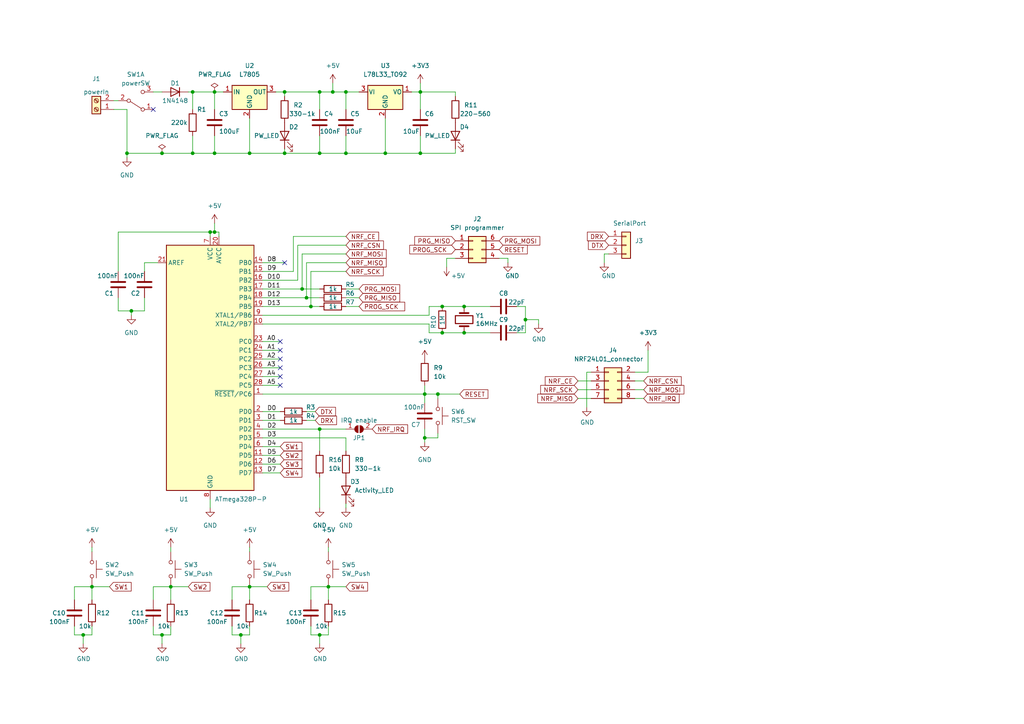
<source format=kicad_sch>
(kicad_sch (version 20211123) (generator eeschema)
  (paper "A4")
  (lib_symbols
    (symbol "Connector:Screw_Terminal_01x02" (pin_names (offset 1.016) hide)
      (property "Reference" "J" (at 0 2.54 0))
      (property "Value" "Screw_Terminal_01x02" (at 0 -5.08 0))
      (symbol "Screw_Terminal_01x02_1_1"
        (rectangle (start -1.27 1.27) (end 1.27 -3.81) (stroke (width 0.254)) (fill (type background)))
        (circle (center 0 -2.54) (radius 0.635) (stroke (width 0.1524)))
        (polyline (pts (xy -0.5334 -2.2098) (xy 0.3302 -3.048)) (stroke (width 0.1524)))
        (polyline (pts (xy -0.5334 0.3302) (xy 0.3302 -0.508)) (stroke (width 0.1524)))
        (polyline (pts (xy -0.3556 -2.032) (xy 0.508 -2.8702)) (stroke (width 0.1524)))
        (polyline (pts (xy -0.3556 0.508) (xy 0.508 -0.3302)) (stroke (width 0.1524)))
        (circle (center 0 0) (radius 0.635) (stroke (width 0.1524)))
        (pin passive line (at -5.08 0 0) (length 3.81) (name "Pin_1") (number "1"))
        (pin passive line (at -5.08 -2.54 0) (length 3.81) (name "Pin_2") (number "2"))
      )
    )
    (symbol "Connector_Generic:Conn_01x03" (pin_names (offset 1.016) hide)
      (property "Reference" "J" (at 0 5.08 0))
      (property "Value" "Conn_01x03" (at 0 -5.08 0))
      (symbol "Conn_01x03_1_1"
        (rectangle (start -1.27 -2.413) (end 0 -2.667) (stroke (width 0.1524)))
        (rectangle (start -1.27 0.127) (end 0 -0.127) (stroke (width 0.1524)))
        (rectangle (start -1.27 2.667) (end 0 2.413) (stroke (width 0.1524)))
        (rectangle (start -1.27 3.81) (end 1.27 -3.81) (stroke (width 0.254)) (fill (type background)))
        (pin passive line (at -5.08 2.54 0) (length 3.81) (name "Pin_1") (number "1"))
        (pin passive line (at -5.08 0 0) (length 3.81) (name "Pin_2") (number "2"))
        (pin passive line (at -5.08 -2.54 0) (length 3.81) (name "Pin_3") (number "3"))
      )
    )
    (symbol "Connector_Generic:Conn_02x03_Counter_Clockwise" (pin_names (offset 1.016) hide)
      (property "Reference" "J" (at 1.27 5.08 0))
      (property "Value" "Conn_02x03_Counter_Clockwise" (at 1.27 -5.08 0))
      (symbol "Conn_02x03_Counter_Clockwise_1_1"
        (rectangle (start -1.27 -2.413) (end 0 -2.667) (stroke (width 0.1524)))
        (rectangle (start -1.27 0.127) (end 0 -0.127) (stroke (width 0.1524)))
        (rectangle (start -1.27 2.667) (end 0 2.413) (stroke (width 0.1524)))
        (rectangle (start -1.27 3.81) (end 3.81 -3.81) (stroke (width 0.254)) (fill (type background)))
        (rectangle (start 3.81 -2.413) (end 2.54 -2.667) (stroke (width 0.1524)))
        (rectangle (start 3.81 0.127) (end 2.54 -0.127) (stroke (width 0.1524)))
        (rectangle (start 3.81 2.667) (end 2.54 2.413) (stroke (width 0.1524)))
        (pin passive line (at -5.08 2.54 0) (length 3.81) (name "Pin_1") (number "1"))
        (pin passive line (at -5.08 0 0) (length 3.81) (name "Pin_2") (number "2"))
        (pin passive line (at -5.08 -2.54 0) (length 3.81) (name "Pin_3") (number "3"))
        (pin passive line (at 7.62 -2.54 180) (length 3.81) (name "Pin_4") (number "4"))
        (pin passive line (at 7.62 0 180) (length 3.81) (name "Pin_5") (number "5"))
        (pin passive line (at 7.62 2.54 180) (length 3.81) (name "Pin_6") (number "6"))
      )
    )
    (symbol "Connector_Generic:Conn_02x04_Odd_Even" (pin_names (offset 1.016) hide)
      (property "Reference" "J" (at 1.27 5.08 0))
      (property "Value" "Conn_02x04_Odd_Even" (at 1.27 -7.62 0))
      (symbol "Conn_02x04_Odd_Even_1_1"
        (rectangle (start -1.27 -4.953) (end 0 -5.207) (stroke (width 0.1524)))
        (rectangle (start -1.27 -2.413) (end 0 -2.667) (stroke (width 0.1524)))
        (rectangle (start -1.27 0.127) (end 0 -0.127) (stroke (width 0.1524)))
        (rectangle (start -1.27 2.667) (end 0 2.413) (stroke (width 0.1524)))
        (rectangle (start -1.27 3.81) (end 3.81 -6.35) (stroke (width 0.254)) (fill (type background)))
        (rectangle (start 3.81 -4.953) (end 2.54 -5.207) (stroke (width 0.1524)))
        (rectangle (start 3.81 -2.413) (end 2.54 -2.667) (stroke (width 0.1524)))
        (rectangle (start 3.81 0.127) (end 2.54 -0.127) (stroke (width 0.1524)))
        (rectangle (start 3.81 2.667) (end 2.54 2.413) (stroke (width 0.1524)))
        (pin passive line (at -5.08 2.54 0) (length 3.81) (name "Pin_1") (number "1"))
        (pin passive line (at 7.62 2.54 180) (length 3.81) (name "Pin_2") (number "2"))
        (pin passive line (at -5.08 0 0) (length 3.81) (name "Pin_3") (number "3"))
        (pin passive line (at 7.62 0 180) (length 3.81) (name "Pin_4") (number "4"))
        (pin passive line (at -5.08 -2.54 0) (length 3.81) (name "Pin_5") (number "5"))
        (pin passive line (at 7.62 -2.54 180) (length 3.81) (name "Pin_6") (number "6"))
        (pin passive line (at -5.08 -5.08 0) (length 3.81) (name "Pin_7") (number "7"))
        (pin passive line (at 7.62 -5.08 180) (length 3.81) (name "Pin_8") (number "8"))
      )
    )
    (symbol "Device:C" (pin_numbers hide) (pin_names (offset 0.254))
      (property "Reference" "C" (at 0.635 2.54 0))
      (property "Value" "C" (at 0.635 -2.54 0))
      (symbol "C_0_1"
        (polyline (pts (xy -2.032 -0.762) (xy 2.032 -0.762)) (stroke (width 0.508)))
        (polyline (pts (xy -2.032 0.762) (xy 2.032 0.762)) (stroke (width 0.508)))
      )
      (symbol "C_1_1"
        (pin passive line (at 0 3.81 270) (length 2.794) (name "~") (number "1"))
        (pin passive line (at 0 -3.81 90) (length 2.794) (name "~") (number "2"))
      )
    )
    (symbol "Device:Crystal" (pin_numbers hide) (pin_names (offset 1.016) hide)
      (property "Reference" "Y" (at 0 3.81 0))
      (property "Value" "Crystal" (at 0 -3.81 0))
      (symbol "Crystal_0_1"
        (rectangle (start -1.143 2.54) (end 1.143 -2.54) (stroke (width 0.3048)))
        (polyline (pts (xy -2.54 0) (xy -1.905 0)))
        (polyline (pts (xy -1.905 -1.27) (xy -1.905 1.27)) (stroke (width 0.508)))
        (polyline (pts (xy 1.905 -1.27) (xy 1.905 1.27)) (stroke (width 0.508)))
        (polyline (pts (xy 2.54 0) (xy 1.905 0)))
      )
      (symbol "Crystal_1_1"
        (pin passive line (at -3.81 0 0) (length 1.27) (name "1") (number "1"))
        (pin passive line (at 3.81 0 180) (length 1.27) (name "2") (number "2"))
      )
    )
    (symbol "Device:LED" (pin_numbers hide) (pin_names (offset 1.016) hide)
      (property "Reference" "D" (at 0 2.54 0))
      (property "Value" "LED" (at 0 -2.54 0))
      (symbol "LED_0_1"
        (polyline (pts (xy -1.27 -1.27) (xy -1.27 1.27)) (stroke (width 0.254)))
        (polyline (pts (xy -1.27 0) (xy 1.27 0)))
        (polyline (pts (xy 1.27 -1.27) (xy 1.27 1.27) (xy -1.27 0) (xy 1.27 -1.27)) (stroke (width 0.254)))
        (polyline (pts (xy -3.048 -0.762) (xy -4.572 -2.286) (xy -3.81 -2.286) (xy -4.572 -2.286) (xy -4.572 -1.524)))
        (polyline (pts (xy -1.778 -0.762) (xy -3.302 -2.286) (xy -2.54 -2.286) (xy -3.302 -2.286) (xy -3.302 -1.524)))
      )
      (symbol "LED_1_1"
        (pin passive line (at -3.81 0 0) (length 2.54) (name "K") (number "1"))
        (pin passive line (at 3.81 0 180) (length 2.54) (name "A") (number "2"))
      )
    )
    (symbol "Device:R" (pin_numbers hide) (pin_names (offset 0))
      (property "Reference" "R" (at 2.032 0 90))
      (property "Value" "R" (at 0 0 90))
      (symbol "R_0_1"
        (rectangle (start -1.016 -2.54) (end 1.016 2.54) (stroke (width 0.254)))
      )
      (symbol "R_1_1"
        (pin passive line (at 0 3.81 270) (length 1.27) (name "~") (number "1"))
        (pin passive line (at 0 -3.81 90) (length 1.27) (name "~") (number "2"))
      )
    )
    (symbol "Diode:1N4148" (pin_numbers hide) (pin_names (offset 1.016) hide)
      (property "Reference" "D" (at 0 2.54 0))
      (property "Value" "1N4148" (at 0 -2.54 0))
      (symbol "1N4148_0_1"
        (polyline (pts (xy -1.27 1.27) (xy -1.27 -1.27)) (stroke (width 0.254)))
        (polyline (pts (xy 1.27 0) (xy -1.27 0)))
        (polyline (pts (xy 1.27 1.27) (xy 1.27 -1.27) (xy -1.27 0) (xy 1.27 1.27)) (stroke (width 0.254)))
      )
      (symbol "1N4148_1_1"
        (pin passive line (at -3.81 0 0) (length 2.54) (name "K") (number "1"))
        (pin passive line (at 3.81 0 180) (length 2.54) (name "A") (number "2"))
      )
    )
    (symbol "Jumper:SolderJumper_2_Open" (pin_names (offset 0) hide)
      (property "Reference" "JP" (at 0 2.032 0))
      (property "Value" "SolderJumper_2_Open" (at 0 -2.54 0))
      (symbol "SolderJumper_2_Open_0_1"
        (arc (start -0.254 1.016) (mid -1.27 0) (end -0.254 -1.016))
        (arc (start -0.254 1.016) (mid -1.27 0) (end -0.254 -1.016) (fill (type outline)))
        (polyline (pts (xy -0.254 1.016) (xy -0.254 -1.016)))
        (polyline (pts (xy 0.254 1.016) (xy 0.254 -1.016)))
        (arc (start 0.254 -1.016) (mid 1.27 0) (end 0.254 1.016))
        (arc (start 0.254 -1.016) (mid 1.27 0) (end 0.254 1.016) (fill (type outline)))
      )
      (symbol "SolderJumper_2_Open_1_1"
        (pin passive line (at -3.81 0 0) (length 2.54) (name "A") (number "1"))
        (pin passive line (at 3.81 0 180) (length 2.54) (name "B") (number "2"))
      )
    )
    (symbol "MCU_Microchip_ATmega:ATmega328P-P"
      (property "Reference" "U" (at -12.7 36.83 0))
      (property "Value" "ATmega328P-P" (at 2.54 -36.83 0))
      (symbol "ATmega328P-P_0_1"
        (rectangle (start -12.7 -35.56) (end 12.7 35.56) (stroke (width 0.254)) (fill (type background)))
      )
      (symbol "ATmega328P-P_1_1"
        (pin bidirectional line (at 15.24 -7.62 180) (length 2.54) (name "~{RESET}/PC6") (number "1"))
        (pin bidirectional line (at 15.24 12.7 180) (length 2.54) (name "XTAL2/PB7") (number "10"))
        (pin bidirectional line (at 15.24 -25.4 180) (length 2.54) (name "PD5") (number "11"))
        (pin bidirectional line (at 15.24 -27.94 180) (length 2.54) (name "PD6") (number "12"))
        (pin bidirectional line (at 15.24 -30.48 180) (length 2.54) (name "PD7") (number "13"))
        (pin bidirectional line (at 15.24 30.48 180) (length 2.54) (name "PB0") (number "14"))
        (pin bidirectional line (at 15.24 27.94 180) (length 2.54) (name "PB1") (number "15"))
        (pin bidirectional line (at 15.24 25.4 180) (length 2.54) (name "PB2") (number "16"))
        (pin bidirectional line (at 15.24 22.86 180) (length 2.54) (name "PB3") (number "17"))
        (pin bidirectional line (at 15.24 20.32 180) (length 2.54) (name "PB4") (number "18"))
        (pin bidirectional line (at 15.24 17.78 180) (length 2.54) (name "PB5") (number "19"))
        (pin bidirectional line (at 15.24 -12.7 180) (length 2.54) (name "PD0") (number "2"))
        (pin power_in line (at 2.54 38.1 270) (length 2.54) (name "AVCC") (number "20"))
        (pin passive line (at -15.24 30.48 0) (length 2.54) (name "AREF") (number "21"))
        (pin passive line (at 0 -38.1 90) (length 2.54) hide (name "GND") (number "22"))
        (pin bidirectional line (at 15.24 7.62 180) (length 2.54) (name "PC0") (number "23"))
        (pin bidirectional line (at 15.24 5.08 180) (length 2.54) (name "PC1") (number "24"))
        (pin bidirectional line (at 15.24 2.54 180) (length 2.54) (name "PC2") (number "25"))
        (pin bidirectional line (at 15.24 0 180) (length 2.54) (name "PC3") (number "26"))
        (pin bidirectional line (at 15.24 -2.54 180) (length 2.54) (name "PC4") (number "27"))
        (pin bidirectional line (at 15.24 -5.08 180) (length 2.54) (name "PC5") (number "28"))
        (pin bidirectional line (at 15.24 -15.24 180) (length 2.54) (name "PD1") (number "3"))
        (pin bidirectional line (at 15.24 -17.78 180) (length 2.54) (name "PD2") (number "4"))
        (pin bidirectional line (at 15.24 -20.32 180) (length 2.54) (name "PD3") (number "5"))
        (pin bidirectional line (at 15.24 -22.86 180) (length 2.54) (name "PD4") (number "6"))
        (pin power_in line (at 0 38.1 270) (length 2.54) (name "VCC") (number "7"))
        (pin power_in line (at 0 -38.1 90) (length 2.54) (name "GND") (number "8"))
        (pin bidirectional line (at 15.24 15.24 180) (length 2.54) (name "XTAL1/PB6") (number "9"))
      )
    )
    (symbol "Regulator_Linear:L7805" (pin_names (offset 0.254))
      (property "Reference" "U" (at -3.81 3.175 0))
      (property "Value" "L7805" (at 0 3.175 0))
      (symbol "L7805_0_1"
        (rectangle (start -5.08 1.905) (end 5.08 -5.08) (stroke (width 0.254)) (fill (type background)))
      )
      (symbol "L7805_1_1"
        (pin power_in line (at -7.62 0 0) (length 2.54) (name "IN") (number "1"))
        (pin power_in line (at 0 -7.62 90) (length 2.54) (name "GND") (number "2"))
        (pin power_out line (at 7.62 0 180) (length 2.54) (name "OUT") (number "3"))
      )
    )
    (symbol "Regulator_Linear:L78L33_TO92" (pin_names (offset 0.254))
      (property "Reference" "U" (at -3.81 3.175 0))
      (property "Value" "L78L33_TO92" (at 0 3.175 0))
      (symbol "L78L33_TO92_0_1"
        (rectangle (start -5.08 -5.08) (end 5.08 1.905) (stroke (width 0.254)) (fill (type background)))
      )
      (symbol "L78L33_TO92_1_1"
        (pin power_out line (at 7.62 0 180) (length 2.54) (name "VO") (number "1"))
        (pin power_in line (at 0 -7.62 90) (length 2.54) (name "GND") (number "2"))
        (pin power_in line (at -7.62 0 0) (length 2.54) (name "VI") (number "3"))
      )
    )
    (symbol "Switch:SW_DPDT_x2" (pin_names (offset 0) hide)
      (property "Reference" "SW" (at 0 4.318 0))
      (property "Value" "SW_DPDT_x2" (at 0 -5.08 0))
      (symbol "SW_DPDT_x2_0_0"
        (circle (center -2.032 0) (radius 0.508))
        (circle (center 2.032 -2.54) (radius 0.508))
      )
      (symbol "SW_DPDT_x2_0_1"
        (polyline (pts (xy -1.524 0.254) (xy 1.651 2.286)))
        (circle (center 2.032 2.54) (radius 0.508))
      )
      (symbol "SW_DPDT_x2_1_1"
        (pin passive line (at 5.08 2.54 180) (length 2.54) (name "A") (number "1"))
        (pin passive line (at -5.08 0 0) (length 2.54) (name "B") (number "2"))
        (pin passive line (at 5.08 -2.54 180) (length 2.54) (name "C") (number "3"))
      )
      (symbol "SW_DPDT_x2_2_1"
        (pin passive line (at 5.08 2.54 180) (length 2.54) (name "A") (number "4"))
        (pin passive line (at -5.08 0 0) (length 2.54) (name "B") (number "5"))
        (pin passive line (at 5.08 -2.54 180) (length 2.54) (name "C") (number "6"))
      )
    )
    (symbol "Switch:SW_MEC_5G" (pin_numbers hide) (pin_names (offset 1.016) hide)
      (property "Reference" "SW" (at 1.27 2.54 0))
      (property "Value" "SW_MEC_5G" (at 0 -1.524 0))
      (symbol "SW_MEC_5G_0_1"
        (circle (center -2.032 0) (radius 0.508))
        (polyline (pts (xy 0 1.27) (xy 0 3.048)))
        (polyline (pts (xy 2.54 1.27) (xy -2.54 1.27)))
        (circle (center 2.032 0) (radius 0.508))
        (pin passive line (at -5.08 0 0) (length 2.54) (name "A") (number "1"))
        (pin passive line (at 5.08 0 180) (length 2.54) (name "B") (number "3"))
      )
      (symbol "SW_MEC_5G_1_1"
        (pin passive line (at -5.08 0 0) (length 2.54) hide (name "A") (number "2"))
        (pin passive line (at 5.08 0 180) (length 2.54) hide (name "B") (number "4"))
      )
    )
    (symbol "Switch:SW_Push" (pin_numbers hide) (pin_names (offset 1.016) hide)
      (property "Reference" "SW" (at 1.27 2.54 0))
      (property "Value" "SW_Push" (at 0 -1.524 0))
      (symbol "SW_Push_0_1"
        (circle (center -2.032 0) (radius 0.508))
        (polyline (pts (xy 0 1.27) (xy 0 3.048)))
        (polyline (pts (xy 2.54 1.27) (xy -2.54 1.27)))
        (circle (center 2.032 0) (radius 0.508))
        (pin passive line (at -5.08 0 0) (length 2.54) (name "1") (number "1"))
        (pin passive line (at 5.08 0 180) (length 2.54) (name "2") (number "2"))
      )
    )
    (symbol "power:+3.3V" (power) (pin_names (offset 0))
      (property "Value" "+3.3V" (at 0 3.556 0))
      (symbol "+3.3V_0_1"
        (polyline (pts (xy -0.762 1.27) (xy 0 2.54)))
        (polyline (pts (xy 0 0) (xy 0 2.54)))
        (polyline (pts (xy 0 2.54) (xy 0.762 1.27)))
      )
      (symbol "+3.3V_1_1"
        (pin power_in line (at 0 0 90) (length 0) hide (name "+3V3") (number "1"))
      )
    )
    (symbol "power:+5V" (power) (pin_names (offset 0))
      (property "Value" "+5V" (at 0 3.556 0))
      (symbol "+5V_0_1"
        (polyline (pts (xy -0.762 1.27) (xy 0 2.54)))
        (polyline (pts (xy 0 0) (xy 0 2.54)))
        (polyline (pts (xy 0 2.54) (xy 0.762 1.27)))
      )
      (symbol "+5V_1_1"
        (pin power_in line (at 0 0 90) (length 0) hide (name "+5V") (number "1"))
      )
    )
    (symbol "power:GND" (power) (pin_names (offset 0))
      (property "Value" "GND" (at 0 -3.81 0))
      (symbol "GND_0_1"
        (polyline (pts (xy 0 0) (xy 0 -1.27) (xy 1.27 -1.27) (xy 0 -2.54) (xy -1.27 -1.27) (xy 0 -1.27)))
      )
      (symbol "GND_1_1"
        (pin power_in line (at 0 0 270) (length 0) hide (name "GND") (number "1"))
      )
    )
    (symbol "power:PWR_FLAG" (power) (pin_numbers hide) (pin_names (offset 0) hide)
      (property "Value" "PWR_FLAG" (at 0 3.81 0))
      (symbol "PWR_FLAG_0_0"
        (pin power_out line (at 0 0 90) (length 0) (name "pwr") (number "1"))
      )
      (symbol "PWR_FLAG_0_1"
        (polyline (pts (xy 0 0) (xy 0 1.27) (xy -1.016 1.905) (xy 0 2.54) (xy 1.016 1.905) (xy 0 1.27)))
      )
    )
  )
  (junction (at 123.19 127))
  (junction (at 100.33 44.45))
  (junction (at 111.76 44.45))
  (junction (at 87.63 83.82))
  (junction (at 92.71 44.45))
  (junction (at 24.13 184.15))
  (junction (at 100.33 26.67))
  (junction (at 38.1 90.17))
  (junction (at 82.55 26.67))
  (junction (at 90.17 88.9))
  (junction (at 123.19 114.3))
  (junction (at 55.88 26.67))
  (junction (at 88.9 86.36))
  (junction (at 152.4 92.71))
  (junction (at 62.23 26.67))
  (junction (at 69.85 184.15))
  (junction (at 36.83 44.45))
  (junction (at 46.99 184.15))
  (junction (at 46.99 44.45))
  (junction (at 95.25 170.18))
  (junction (at 72.39 44.45))
  (junction (at 92.71 26.67))
  (junction (at 60.96 67.31))
  (junction (at 127 114.3))
  (junction (at 121.92 26.67))
  (junction (at 128.27 88.9))
  (junction (at 96.52 26.67))
  (junction (at 128.27 96.52))
  (junction (at 72.39 170.18))
  (junction (at 26.67 170.18))
  (junction (at 92.71 124.46))
  (junction (at 92.71 184.15))
  (junction (at 82.55 44.45))
  (junction (at 62.23 67.31))
  (junction (at 121.92 44.45))
  (junction (at 134.62 96.52))
  (junction (at 62.23 44.45))
  (junction (at 55.88 44.45))
  (junction (at 49.53 170.18))
  (junction (at 134.62 88.9))
  (no_connect (at 82.55 76.2))
  (no_connect (at 44.45 31.75))
  (no_connect (at 81.28 109.22))
  (no_connect (at 81.28 111.76))
  (no_connect (at 81.28 101.6))
  (no_connect (at 81.28 99.06))
  (no_connect (at 81.28 104.14))
  (no_connect (at 81.28 106.68))
  (wire (pts (xy 152.4 96.52) (xy 152.4 92.71)))
  (wire (pts (xy 100.33 78.74) (xy 90.17 78.74)))
  (wire (pts (xy 76.2 104.14) (xy 81.28 104.14)))
  (wire (pts (xy 82.55 26.67) (xy 82.55 27.94)))
  (wire (pts (xy 33.02 29.21) (xy 34.29 29.21)))
  (wire (pts (xy 90.17 88.9) (xy 92.71 88.9)))
  (wire (pts (xy 41.91 76.2) (xy 41.91 78.74)))
  (wire (pts (xy 76.2 78.74) (xy 85.09 78.74)))
  (wire (pts (xy 100.33 71.12) (xy 86.36 71.12)))
  (wire (pts (xy 54.61 26.67) (xy 55.88 26.67)))
  (wire (pts (xy 76.2 86.36) (xy 88.9 86.36)))
  (wire (pts (xy 55.88 26.67) (xy 55.88 31.75)))
  (wire (pts (xy 72.39 44.45) (xy 72.39 34.29)))
  (wire (pts (xy 88.9 86.36) (xy 92.71 86.36)))
  (wire (pts (xy 100.33 127) (xy 100.33 130.81)))
  (wire (pts (xy 149.86 96.52) (xy 152.4 96.52)))
  (wire (pts (xy 88.9 121.92) (xy 91.44 121.92)))
  (wire (pts (xy 85.09 68.58) (xy 100.33 68.58)))
  (wire (pts (xy 55.88 26.67) (xy 62.23 26.67)))
  (wire (pts (xy 90.17 184.15) (xy 92.71 184.15)))
  (wire (pts (xy 127 115.57) (xy 127 114.3)))
  (wire (pts (xy 152.4 92.71) (xy 152.4 88.9)))
  (wire (pts (xy 124.46 91.44) (xy 124.46 88.9)))
  (wire (pts (xy 96.52 26.67) (xy 92.71 26.67)))
  (wire (pts (xy 186.69 110.49) (xy 184.15 110.49)))
  (wire (pts (xy 167.64 115.57) (xy 171.45 115.57)))
  (wire (pts (xy 34.29 67.31) (xy 60.96 67.31)))
  (wire (pts (xy 46.99 44.45) (xy 55.88 44.45)))
  (wire (pts (xy 121.92 44.45) (xy 132.08 44.45)))
  (wire (pts (xy 152.4 88.9) (xy 149.86 88.9)))
  (wire (pts (xy 100.33 26.67) (xy 104.14 26.67)))
  (wire (pts (xy 76.2 114.3) (xy 123.19 114.3)))
  (wire (pts (xy 49.53 181.61) (xy 49.53 184.15)))
  (wire (pts (xy 72.39 170.18) (xy 72.39 173.99)))
  (wire (pts (xy 76.2 129.54) (xy 81.28 129.54)))
  (wire (pts (xy 92.71 184.15) (xy 95.25 184.15)))
  (wire (pts (xy 127 114.3) (xy 133.35 114.3)))
  (wire (pts (xy 186.69 115.57) (xy 184.15 115.57)))
  (wire (pts (xy 147.32 74.93) (xy 144.78 74.93)))
  (wire (pts (xy 127 114.3) (xy 123.19 114.3)))
  (wire (pts (xy 36.83 44.45) (xy 46.99 44.45)))
  (wire (pts (xy 72.39 170.18) (xy 77.47 170.18)))
  (wire (pts (xy 124.46 88.9) (xy 128.27 88.9)))
  (wire (pts (xy 21.59 184.15) (xy 24.13 184.15)))
  (wire (pts (xy 121.92 39.37) (xy 121.92 44.45)))
  (wire (pts (xy 124.46 96.52) (xy 128.27 96.52)))
  (wire (pts (xy 76.2 99.06) (xy 81.28 99.06)))
  (wire (pts (xy 121.92 31.75) (xy 121.92 26.67)))
  (wire (pts (xy 128.27 88.9) (xy 134.62 88.9)))
  (wire (pts (xy 24.13 186.69) (xy 24.13 184.15)))
  (wire (pts (xy 72.39 158.75) (xy 72.39 160.02)))
  (wire (pts (xy 100.33 88.9) (xy 104.14 88.9)))
  (wire (pts (xy 92.71 124.46) (xy 92.71 130.81)))
  (wire (pts (xy 175.26 73.66) (xy 175.26 76.2)))
  (wire (pts (xy 62.23 26.67) (xy 62.23 31.75)))
  (wire (pts (xy 95.25 181.61) (xy 95.25 184.15)))
  (wire (pts (xy 76.2 121.92) (xy 81.28 121.92)))
  (wire (pts (xy 62.23 26.67) (xy 64.77 26.67)))
  (wire (pts (xy 100.33 26.67) (xy 96.52 26.67)))
  (wire (pts (xy 63.5 67.31) (xy 63.5 68.58)))
  (wire (pts (xy 129.54 74.93) (xy 129.54 77.47)))
  (wire (pts (xy 21.59 170.18) (xy 21.59 173.99)))
  (wire (pts (xy 86.36 71.12) (xy 86.36 81.28)))
  (wire (pts (xy 67.31 184.15) (xy 69.85 184.15)))
  (wire (pts (xy 82.55 26.67) (xy 92.71 26.67)))
  (wire (pts (xy 184.15 107.95) (xy 187.96 107.95)))
  (wire (pts (xy 45.72 76.2) (xy 41.91 76.2)))
  (wire (pts (xy 76.2 101.6) (xy 81.28 101.6)))
  (wire (pts (xy 88.9 119.38) (xy 91.44 119.38)))
  (wire (pts (xy 82.55 43.18) (xy 82.55 44.45)))
  (wire (pts (xy 67.31 181.61) (xy 67.31 184.15)))
  (wire (pts (xy 76.2 93.98) (xy 124.46 93.98)))
  (wire (pts (xy 95.25 158.75) (xy 95.25 160.02)))
  (wire (pts (xy 121.92 26.67) (xy 132.08 26.67)))
  (wire (pts (xy 76.2 109.22) (xy 81.28 109.22)))
  (wire (pts (xy 76.2 111.76) (xy 81.28 111.76)))
  (wire (pts (xy 72.39 44.45) (xy 82.55 44.45)))
  (wire (pts (xy 127 125.73) (xy 127 127)))
  (wire (pts (xy 41.91 86.36) (xy 41.91 90.17)))
  (wire (pts (xy 92.71 26.67) (xy 92.71 31.75)))
  (wire (pts (xy 156.21 92.71) (xy 152.4 92.71)))
  (wire (pts (xy 26.67 170.18) (xy 26.67 173.99)))
  (wire (pts (xy 34.29 86.36) (xy 34.29 90.17)))
  (wire (pts (xy 132.08 74.93) (xy 129.54 74.93)))
  (wire (pts (xy 62.23 64.77) (xy 62.23 67.31)))
  (wire (pts (xy 26.67 170.18) (xy 31.75 170.18)))
  (wire (pts (xy 62.23 67.31) (xy 63.5 67.31)))
  (wire (pts (xy 96.52 24.13) (xy 96.52 26.67)))
  (wire (pts (xy 76.2 124.46) (xy 92.71 124.46)))
  (wire (pts (xy 76.2 88.9) (xy 90.17 88.9)))
  (wire (pts (xy 72.39 170.18) (xy 67.31 170.18)))
  (wire (pts (xy 121.92 26.67) (xy 119.38 26.67)))
  (wire (pts (xy 33.02 31.75) (xy 36.83 31.75)))
  (wire (pts (xy 82.55 44.45) (xy 92.71 44.45)))
  (wire (pts (xy 49.53 170.18) (xy 49.53 173.99)))
  (wire (pts (xy 76.2 134.62) (xy 81.28 134.62)))
  (wire (pts (xy 121.92 44.45) (xy 111.76 44.45)))
  (wire (pts (xy 95.25 170.18) (xy 95.25 173.99)))
  (wire (pts (xy 55.88 39.37) (xy 55.88 44.45)))
  (wire (pts (xy 69.85 186.69) (xy 69.85 184.15)))
  (wire (pts (xy 90.17 78.74) (xy 90.17 88.9)))
  (wire (pts (xy 76.2 106.68) (xy 81.28 106.68)))
  (wire (pts (xy 76.2 83.82) (xy 87.63 83.82)))
  (wire (pts (xy 34.29 78.74) (xy 34.29 67.31)))
  (wire (pts (xy 187.96 101.6) (xy 187.96 107.95)))
  (wire (pts (xy 95.25 170.18) (xy 100.33 170.18)))
  (wire (pts (xy 26.67 170.18) (xy 21.59 170.18)))
  (wire (pts (xy 111.76 34.29) (xy 111.76 44.45)))
  (wire (pts (xy 38.1 90.17) (xy 38.1 91.44)))
  (wire (pts (xy 44.45 170.18) (xy 44.45 173.99)))
  (wire (pts (xy 76.2 76.2) (xy 82.55 76.2)))
  (wire (pts (xy 49.53 170.18) (xy 44.45 170.18)))
  (wire (pts (xy 76.2 91.44) (xy 124.46 91.44)))
  (wire (pts (xy 134.62 96.52) (xy 128.27 96.52)))
  (wire (pts (xy 76.2 81.28) (xy 86.36 81.28)))
  (wire (pts (xy 36.83 31.75) (xy 36.83 44.45)))
  (wire (pts (xy 100.33 146.05) (xy 100.33 147.32)))
  (wire (pts (xy 72.39 181.61) (xy 72.39 184.15)))
  (wire (pts (xy 90.17 181.61) (xy 90.17 184.15)))
  (wire (pts (xy 100.33 44.45) (xy 92.71 44.45)))
  (wire (pts (xy 49.53 170.18) (xy 54.61 170.18)))
  (wire (pts (xy 95.25 170.18) (xy 90.17 170.18)))
  (wire (pts (xy 170.18 118.11) (xy 170.18 107.95)))
  (wire (pts (xy 132.08 43.18) (xy 132.08 44.45)))
  (wire (pts (xy 44.45 184.15) (xy 46.99 184.15)))
  (wire (pts (xy 55.88 44.45) (xy 62.23 44.45)))
  (wire (pts (xy 92.71 124.46) (xy 100.33 124.46)))
  (wire (pts (xy 76.2 137.16) (xy 81.28 137.16)))
  (wire (pts (xy 41.91 90.17) (xy 38.1 90.17)))
  (wire (pts (xy 90.17 170.18) (xy 90.17 173.99)))
  (wire (pts (xy 62.23 39.37) (xy 62.23 44.45)))
  (wire (pts (xy 85.09 78.74) (xy 85.09 68.58)))
  (wire (pts (xy 123.19 127) (xy 123.19 128.27)))
  (wire (pts (xy 44.45 26.67) (xy 46.99 26.67)))
  (wire (pts (xy 34.29 90.17) (xy 38.1 90.17)))
  (wire (pts (xy 92.71 83.82) (xy 87.63 83.82)))
  (wire (pts (xy 60.96 144.78) (xy 60.96 147.32)))
  (wire (pts (xy 100.33 86.36) (xy 104.14 86.36)))
  (wire (pts (xy 36.83 44.45) (xy 36.83 45.72)))
  (wire (pts (xy 123.19 114.3) (xy 123.19 116.84)))
  (wire (pts (xy 67.31 170.18) (xy 67.31 173.99)))
  (wire (pts (xy 88.9 76.2) (xy 88.9 86.36)))
  (wire (pts (xy 46.99 184.15) (xy 49.53 184.15)))
  (wire (pts (xy 49.53 158.75) (xy 49.53 160.02)))
  (wire (pts (xy 121.92 24.13) (xy 121.92 26.67)))
  (wire (pts (xy 62.23 44.45) (xy 72.39 44.45)))
  (wire (pts (xy 142.24 96.52) (xy 134.62 96.52)))
  (wire (pts (xy 60.96 67.31) (xy 62.23 67.31)))
  (wire (pts (xy 167.64 113.03) (xy 171.45 113.03)))
  (wire (pts (xy 44.45 181.61) (xy 44.45 184.15)))
  (wire (pts (xy 76.2 132.08) (xy 81.28 132.08)))
  (wire (pts (xy 176.53 73.66) (xy 175.26 73.66)))
  (wire (pts (xy 111.76 44.45) (xy 100.33 44.45)))
  (wire (pts (xy 76.2 119.38) (xy 81.28 119.38)))
  (wire (pts (xy 124.46 93.98) (xy 124.46 96.52)))
  (wire (pts (xy 100.33 31.75) (xy 100.33 26.67)))
  (wire (pts (xy 123.19 127) (xy 123.19 124.46)))
  (wire (pts (xy 167.64 110.49) (xy 171.45 110.49)))
  (wire (pts (xy 132.08 27.94) (xy 132.08 26.67)))
  (wire (pts (xy 127 127) (xy 123.19 127)))
  (wire (pts (xy 69.85 184.15) (xy 72.39 184.15)))
  (wire (pts (xy 92.71 186.69) (xy 92.71 184.15)))
  (wire (pts (xy 123.19 111.76) (xy 123.19 114.3)))
  (wire (pts (xy 156.21 92.71) (xy 156.21 93.98)))
  (wire (pts (xy 46.99 186.69) (xy 46.99 184.15)))
  (wire (pts (xy 100.33 39.37) (xy 100.33 44.45)))
  (wire (pts (xy 170.18 107.95) (xy 171.45 107.95)))
  (wire (pts (xy 26.67 181.61) (xy 26.67 184.15)))
  (wire (pts (xy 24.13 184.15) (xy 26.67 184.15)))
  (wire (pts (xy 26.67 158.75) (xy 26.67 160.02)))
  (wire (pts (xy 21.59 181.61) (xy 21.59 184.15)))
  (wire (pts (xy 100.33 83.82) (xy 104.14 83.82)))
  (wire (pts (xy 92.71 39.37) (xy 92.71 44.45)))
  (wire (pts (xy 100.33 73.66) (xy 87.63 73.66)))
  (wire (pts (xy 87.63 73.66) (xy 87.63 83.82)))
  (wire (pts (xy 60.96 68.58) (xy 60.96 67.31)))
  (wire (pts (xy 80.01 26.67) (xy 82.55 26.67)))
  (wire (pts (xy 142.24 88.9) (xy 134.62 88.9)))
  (wire (pts (xy 76.2 127) (xy 100.33 127)))
  (wire (pts (xy 100.33 76.2) (xy 88.9 76.2)))
  (wire (pts (xy 186.69 113.03) (xy 184.15 113.03)))
  (wire (pts (xy 92.71 138.43) (xy 92.71 147.32)))
  (wire (pts (xy 147.32 76.2) (xy 147.32 74.93)))
  (label "A5" (at 77.47 111.76 0))
  (label "A4" (at 77.47 109.22 0))
  (label "D9" (at 77.47 78.74 0))
  (label "D7" (at 77.47 137.16 0))
  (label "D3" (at 77.47 127 0))
  (label "D13" (at 77.47 88.9 0))
  (label "D2" (at 77.47 124.46 0))
  (label "D8" (at 77.47 76.2 0))
  (label "D6" (at 77.47 134.62 0))
  (label "A0" (at 77.47 99.06 0))
  (label "A1" (at 77.47 101.6 0))
  (label "A2" (at 77.47 104.14 0))
  (label "D5" (at 77.47 132.08 0))
  (label "A3" (at 77.47 106.68 0))
  (label "D4" (at 77.47 129.54 0))
  (label "D10" (at 77.47 81.28 0))
  (label "D12" (at 77.47 86.36 0))
  (label "D1" (at 77.47 121.92 0))
  (label "D0" (at 77.47 119.38 0))
  (label "D11" (at 77.47 83.82 0))
  (global_label "NRF_CE" (shape input) (at 167.64 110.49 180) (property "Intersheet References" "${INTERSHEET_REFS}" (effects hide)))
  (global_label "PROG_SCK " (shape input) (at 132.08 72.39 180) (property "Intersheet References" "${INTERSHEET_REFS}" (effects hide)))
  (global_label "DRX" (shape input) (at 176.53 68.58 180) (property "Intersheet References" "${INTERSHEET_REFS}" (effects hide)))
  (global_label "NRF_SCK" (shape input) (at 167.64 113.03 180) (property "Intersheet References" "${INTERSHEET_REFS}" (effects hide)))
  (global_label "RESET" (shape input) (at 144.78 72.39 0) (property "Intersheet References" "${INTERSHEET_REFS}" (effects hide)))
  (global_label "NRF_IRQ" (shape input) (at 186.69 115.57 0) (property "Intersheet References" "${INTERSHEET_REFS}" (effects hide)))
  (global_label "NRF_MISO" (shape input) (at 167.64 115.57 180) (property "Intersheet References" "${INTERSHEET_REFS}" (effects hide)))
  (global_label "PRG_MISO" (shape input) (at 104.14 86.36 0) (property "Intersheet References" "${INTERSHEET_REFS}" (effects hide)))
  (global_label "SW3" (shape input) (at 77.47 170.18 0) (property "Intersheet References" "${INTERSHEET_REFS}" (effects hide)))
  (global_label "NRF_SCK" (shape input) (at 100.33 78.74 0) (property "Intersheet References" "${INTERSHEET_REFS}" (effects hide)))
  (global_label "NRF_MISO" (shape input) (at 100.33 76.2 0) (property "Intersheet References" "${INTERSHEET_REFS}" (effects hide)))
  (global_label "DRX" (shape input) (at 91.44 121.92 0) (property "Intersheet References" "${INTERSHEET_REFS}" (effects hide)))
  (global_label "SW1" (shape input) (at 31.75 170.18 0) (property "Intersheet References" "${INTERSHEET_REFS}" (effects hide)))
  (global_label "PRG_MISO" (shape input) (at 132.08 69.85 180) (property "Intersheet References" "${INTERSHEET_REFS}" (effects hide)))
  (global_label "NRF_IRQ" (shape input) (at 107.95 124.46 0) (property "Intersheet References" "${INTERSHEET_REFS}" (effects hide)))
  (global_label "PRG_MOSI" (shape input) (at 104.14 83.82 0) (property "Intersheet References" "${INTERSHEET_REFS}" (effects hide)))
  (global_label "RESET" (shape input) (at 133.35 114.3 0) (property "Intersheet References" "${INTERSHEET_REFS}" (effects hide)))
  (global_label "SW4" (shape input) (at 81.28 137.16 0) (property "Intersheet References" "${INTERSHEET_REFS}" (effects hide)))
  (global_label "NRF_MOSI" (shape input) (at 100.33 73.66 0) (property "Intersheet References" "${INTERSHEET_REFS}" (effects hide)))
  (global_label "PRG_MOSI" (shape input) (at 144.78 69.85 0) (property "Intersheet References" "${INTERSHEET_REFS}" (effects hide)))
  (global_label "NRF_CE" (shape input) (at 100.33 68.58 0) (property "Intersheet References" "${INTERSHEET_REFS}" (effects hide)))
  (global_label "NRF_CSN" (shape input) (at 100.33 71.12 0) (property "Intersheet References" "${INTERSHEET_REFS}" (effects hide)))
  (global_label "PROG_SCK " (shape input) (at 104.14 88.9 0) (property "Intersheet References" "${INTERSHEET_REFS}" (effects hide)))
  (global_label "SW4" (shape input) (at 100.33 170.18 0) (property "Intersheet References" "${INTERSHEET_REFS}" (effects hide)))
  (global_label "NRF_MOSI" (shape input) (at 186.69 113.03 0) (property "Intersheet References" "${INTERSHEET_REFS}" (effects hide)))
  (global_label "NRF_CSN" (shape input) (at 186.69 110.49 0) (property "Intersheet References" "${INTERSHEET_REFS}" (effects hide)))
  (global_label "DTX" (shape input) (at 91.44 119.38 0) (property "Intersheet References" "${INTERSHEET_REFS}" (effects hide)))
  (global_label "DTX" (shape input) (at 176.53 71.12 180) (property "Intersheet References" "${INTERSHEET_REFS}" (effects hide)))
  (global_label "SW2" (shape input) (at 54.61 170.18 0) (property "Intersheet References" "${INTERSHEET_REFS}" (effects hide)))
  (global_label "SW3" (shape input) (at 81.28 134.62 0) (property "Intersheet References" "${INTERSHEET_REFS}" (effects hide)))
  (global_label "SW1" (shape input) (at 81.28 129.54 0) (property "Intersheet References" "${INTERSHEET_REFS}" (effects hide)))
  (global_label "SW2" (shape input) (at 81.28 132.08 0) (property "Intersheet References" "${INTERSHEET_REFS}" (effects hide)))
  (symbol (lib_id "power:GND") (at 92.71 147.32 0) (unit 1)
    (property "Reference" "#PWR024" (effects hide))
    (property "Value" "GND" (at 92.71 152.4 0))
  )
  (symbol (lib_id "power:GND") (at 24.13 186.69 0) (unit 1)
    (property "Reference" "#PWR016" (effects hide))
    (property "Value" "GND" (at 24.257 191.0842 0))
  )
  (symbol (lib_id "MCU_Microchip_ATmega:ATmega328P-P") (at 60.96 106.68 0) (unit 1)
    (property "Reference" "U1" (at 53.34 144.78 0))
    (property "Value" "ATmega328P-P" (at 69.85 144.78 0))
    (property "Footprint" "Package_DIP:DIP-28_W7.62mm" (effects hide))
    (property "Datasheet" "http://ww1.microchip.com/downloads/en/DeviceDoc/ATmega328_P%20AVR%20MCU%20with%20picoPower%20Technology%20Data%20Sheet%2040001984A.pdf" (effects hide))
  )
  (symbol (lib_id "power:GND") (at 170.18 118.11 0) (unit 1)
    (property "Reference" "#PWR014" (effects hide))
    (property "Value" "GND" (at 170.307 122.5042 0))
  )
  (symbol (lib_id "power:GND") (at 147.32 76.2 0) (unit 1)
    (property "Reference" "#PWR011" (effects hide))
    (property "Value" "GND" (at 148.59 80.01 0))
  )
  (symbol (lib_id "Diode:1N4148") (at 50.8 26.67 180) (unit 1)
    (property "Reference" "D1" (at 50.8 24.13 0))
    (property "Value" "1N4148" (at 50.8 29.21 0))
    (property "Footprint" "Diode_THT:D_DO-35_SOD27_P7.62mm_Horizontal" (effects hide))
    (property "Datasheet" "https://assets.nexperia.com/documents/data-sheet/1N4148_1N4448.pdf" (effects hide))
  )
  (symbol (lib_id "power:+5V") (at 96.52 24.13 0) (unit 1)
    (property "Reference" "#PWR05" (effects hide))
    (property "Value" "+5V" (at 96.52 19.05 0))
  )
  (symbol (lib_id "Connector:Screw_Terminal_01x02") (at 27.94 31.75 180) (unit 1)
    (property "Reference" "J1" (at 27.94 22.86 0))
    (property "Value" "powerIn" (at 27.94 26.67 0))
    (property "Footprint" "TerminalBlock:TerminalBlock_Altech_AK300-2_P5.00mm" (effects hide))
  )
  (symbol (lib_id "Device:R") (at 96.52 88.9 90) (unit 1)
    (property "Reference" "R7" (at 102.87 87.63 90) (effects (justify left)))
    (property "Value" "1k" (at 97.79 88.9 90) (effects (justify left)))
    (property "Footprint" "Resistor_THT:R_Axial_DIN0207_L6.3mm_D2.5mm_P10.16mm_Horizontal" (effects hide))
  )
  (symbol (lib_id "Switch:SW_MEC_5G") (at 127 120.65 270) (unit 1)
    (property "Reference" "SW6" (at 130.81 119.3799 90) (effects (justify left)))
    (property "Value" "RST_SW" (at 130.81 121.9199 90) (effects (justify left)))
    (property "Footprint" "Button_Switch_THT:SW_Tactile_Straight_KSL0Axx1LFTR" (effects hide))
    (property "Datasheet" "http://www.apem.com/int/index.php?controller=attachment&id_attachment=488" (effects hide))
  )
  (symbol (lib_id "Device:R") (at 128.27 92.71 0) (mirror x) (unit 1)
    (property "Reference" "R10" (at 125.73 91.44 90) (effects (justify left)))
    (property "Value" "1M" (at 128.27 91.44 90) (effects (justify left)))
    (property "Footprint" "Resistor_THT:R_Axial_DIN0207_L6.3mm_D2.5mm_P10.16mm_Horizontal" (effects hide))
  )
  (symbol (lib_id "Device:C") (at 34.29 82.55 180) (unit 1)
    (property "Reference" "C1" (at 33.02 85.09 0) (effects (justify left)))
    (property "Value" "100nF" (at 34.29 80.01 0) (effects (justify left)))
    (property "Footprint" "Capacitor_THT:C_Disc_D7.0mm_W2.5mm_P5.00mm" (effects hide))
  )
  (symbol (lib_id "Regulator_Linear:L78L33_TO92") (at 111.76 26.67 0) (unit 1)
    (property "Reference" "U3" (at 111.76 19.05 0))
    (property "Value" "L78L33_TO92" (at 111.76 21.59 0))
    (property "Footprint" "Package_TO_SOT_THT:TO-92_Inline" (effects hide))
    (property "Datasheet" "http://www.st.com/content/ccc/resource/technical/document/datasheet/15/55/e5/aa/23/5b/43/fd/CD00000446.pdf/files/CD00000446.pdf/jcr:content/translations/en.CD00000446.pdf" (effects hide))
  )
  (symbol (lib_id "power:PWR_FLAG") (at 46.99 44.45 0) (unit 1)
    (property "Reference" "#FLG0101" (effects hide))
    (property "Value" "PWR_FLAG" (at 46.99 39.37 0))
  )
  (symbol (lib_id "power:GND") (at 69.85 186.69 0) (unit 1)
    (property "Reference" "#PWR020" (effects hide))
    (property "Value" "GND" (at 69.977 191.0842 0))
  )
  (symbol (lib_id "power:GND") (at 156.21 93.98 0) (unit 1)
    (property "Reference" "#PWR012" (effects hide))
    (property "Value" "GND" (at 156.337 98.3742 0))
  )
  (symbol (lib_id "Device:R") (at 95.25 177.8 0) (unit 1)
    (property "Reference" "R15" (at 96.52 177.8 0) (effects (justify left)))
    (property "Value" "10k" (at 91.44 181.61 0) (effects (justify left)))
    (property "Footprint" "Resistor_THT:R_Axial_DIN0207_L6.3mm_D2.5mm_P10.16mm_Horizontal" (effects hide))
  )
  (symbol (lib_id "power:+5V") (at 129.54 77.47 180) (unit 1)
    (property "Reference" "#PWR010" (effects hide))
    (property "Value" "+5V" (at 130.81 80.01 0) (effects (justify right)))
  )
  (symbol (lib_id "power:GND") (at 38.1 91.44 0) (unit 1)
    (property "Reference" "#PWR02" (effects hide))
    (property "Value" "GND" (at 38.1 96.52 0))
  )
  (symbol (lib_id "power:+5V") (at 72.39 158.75 0) (unit 1)
    (property "Reference" "#PWR019" (effects hide))
    (property "Value" "+5V" (at 72.39 153.67 0))
  )
  (symbol (lib_id "Device:C") (at 92.71 35.56 0) (unit 1)
    (property "Reference" "C4" (at 93.98 33.02 0) (effects (justify left)))
    (property "Value" "100nF" (at 92.71 38.1 0) (effects (justify left)))
    (property "Footprint" "Capacitor_THT:C_Disc_D7.0mm_W2.5mm_P5.00mm" (effects hide))
  )
  (symbol (lib_id "power:+5V") (at 62.23 64.77 0) (unit 1)
    (property "Reference" "#PWR04" (effects hide))
    (property "Value" "+5V" (at 62.23 59.69 0))
  )
  (symbol (lib_id "Device:C") (at 90.17 177.8 180) (unit 1)
    (property "Reference" "C13" (at 87.63 177.8 0) (effects (justify left)))
    (property "Value" "100nF" (at 88.9 180.34 0) (effects (justify left)))
    (property "Footprint" "Capacitor_THT:C_Disc_D7.0mm_W2.5mm_P5.00mm" (effects hide))
  )
  (symbol (lib_id "power:+3.3V") (at 187.96 101.6 0) (unit 1)
    (property "Reference" "#PWR013" (effects hide))
    (property "Value" "+3.3V" (at 187.96 96.52 0))
  )
  (symbol (lib_id "Device:C") (at 21.59 177.8 180) (unit 1)
    (property "Reference" "C10" (at 19.05 177.8 0) (effects (justify left)))
    (property "Value" "100nF" (at 20.32 180.34 0) (effects (justify left)))
    (property "Footprint" "Capacitor_THT:C_Disc_D7.0mm_W2.5mm_P5.00mm" (effects hide))
  )
  (symbol (lib_id "Switch:SW_DPDT_x2") (at 39.37 29.21 0) (mirror x) (unit 1)
    (property "Reference" "SW1" (at 39.37 21.59 0))
    (property "Value" "powerSW" (at 39.37 24.13 0))
    (property "Footprint" "Button_Switch_THT:SW_CuK_JS202011CQN_DPDT_Straight" (effects hide))
  )
  (symbol (lib_id "power:GND") (at 100.33 147.32 0) (unit 1)
    (property "Reference" "#PWR06" (effects hide))
    (property "Value" "GND" (at 100.33 152.4 0))
  )
  (symbol (lib_id "power:GND") (at 123.19 128.27 0) (unit 1)
    (property "Reference" "#PWR09" (effects hide))
    (property "Value" "GND" (at 123.19 133.35 0))
  )
  (symbol (lib_id "Device:C") (at 62.23 35.56 0) (unit 1)
    (property "Reference" "C3" (at 63.5 33.02 0) (effects (justify left)))
    (property "Value" "100uF" (at 63.5 38.1 0) (effects (justify left)))
    (property "Footprint" "Capacitor_THT:CP_Radial_D8.0mm_P3.50mm" (effects hide))
  )
  (symbol (lib_id "Device:LED") (at 132.08 39.37 90) (unit 1)
    (property "Reference" "D4" (at 133.35 36.83 90) (effects (justify right)))
    (property "Value" "PW_LED" (at 123.19 39.37 90) (effects (justify right)))
    (property "Footprint" "LED_THT:LED_D3.0mm" (effects hide))
  )
  (symbol (lib_id "Jumper:SolderJumper_2_Open") (at 104.14 124.46 0) (unit 1)
    (property "Reference" "JP1" (at 104.14 127 0))
    (property "Value" "IRQ enable" (at 104.14 121.92 0))
    (property "Footprint" "Jumper:SolderJumper-2_P1.3mm_Open_RoundedPad1.0x1.5mm" (effects hide))
  )
  (symbol (lib_id "power:GND") (at 175.26 76.2 0) (unit 1)
    (property "Reference" "#PWR023" (effects hide))
    (property "Value" "GND" (at 176.53 80.01 0))
  )
  (symbol (lib_id "Switch:SW_Push") (at 95.25 165.1 270) (unit 1)
    (property "Reference" "SW5" (at 99.06 163.8299 90) (effects (justify left)))
    (property "Value" "SW_Push" (at 99.06 166.3699 90) (effects (justify left)))
    (property "Footprint" "Button_Switch_THT:SW_PUSH-12mm" (effects hide))
  )
  (symbol (lib_id "Device:C") (at 67.31 177.8 180) (unit 1)
    (property "Reference" "C12" (at 64.77 177.8 0) (effects (justify left)))
    (property "Value" "100nF" (at 66.04 180.34 0) (effects (justify left)))
    (property "Footprint" "Capacitor_THT:C_Disc_D7.0mm_W2.5mm_P5.00mm" (effects hide))
  )
  (symbol (lib_id "Connector_Generic:Conn_01x03") (at 181.61 71.12 0) (unit 1)
    (property "Reference" "J3" (at 184.15 69.8499 0) (effects (justify left)))
    (property "Value" "SerialPort" (at 177.8 64.77 0) (effects (justify left)))
    (property "Footprint" "Connector_PinHeader_2.54mm:PinHeader_1x03_P2.54mm_Horizontal" (effects hide))
  )
  (symbol (lib_id "Connector_Generic:Conn_02x04_Odd_Even") (at 176.53 110.49 0) (unit 1)
    (property "Reference" "J4" (at 177.8 101.6 0))
    (property "Value" "NRF24L01_connector" (at 176.53 104.14 0))
  )
  (symbol (lib_id "Device:R") (at 55.88 35.56 0) (unit 1)
    (property "Reference" "R1" (at 57.15 31.75 0) (effects (justify left)))
    (property "Value" "220k" (at 49.53 35.56 0) (effects (justify left)))
    (property "Footprint" "Resistor_THT:R_Axial_DIN0207_L6.3mm_D2.5mm_P10.16mm_Horizontal" (effects hide))
  )
  (symbol (lib_id "Device:C") (at 146.05 96.52 270) (unit 1)
    (property "Reference" "C9" (at 146.05 92.71 90))
    (property "Value" "22pF" (at 149.86 95.25 90))
    (property "Footprint" "Capacitor_THT:C_Disc_D7.0mm_W2.5mm_P5.00mm" (effects hide))
  )
  (symbol (lib_id "Device:R") (at 72.39 177.8 0) (unit 1)
    (property "Reference" "R14" (at 73.66 177.8 0) (effects (justify left)))
    (property "Value" "10k" (at 68.58 181.61 0) (effects (justify left)))
    (property "Footprint" "Resistor_THT:R_Axial_DIN0207_L6.3mm_D2.5mm_P10.16mm_Horizontal" (effects hide))
  )
  (symbol (lib_id "power:+5V") (at 123.19 104.14 0) (unit 1)
    (property "Reference" "#PWR08" (effects hide))
    (property "Value" "+5V" (at 123.19 99.06 0))
  )
  (symbol (lib_id "power:GND") (at 36.83 45.72 0) (unit 1)
    (property "Reference" "#PWR01" (effects hide))
    (property "Value" "GND" (at 36.83 50.8 0))
  )
  (symbol (lib_id "Switch:SW_Push") (at 49.53 165.1 270) (unit 1)
    (property "Reference" "SW3" (at 53.34 163.8299 90) (effects (justify left)))
    (property "Value" "SW_Push" (at 53.34 166.3699 90) (effects (justify left)))
    (property "Footprint" "Button_Switch_THT:SW_PUSH-12mm" (effects hide))
  )
  (symbol (lib_id "Device:C") (at 44.45 177.8 180) (unit 1)
    (property "Reference" "C11" (at 41.91 177.8 0) (effects (justify left)))
    (property "Value" "100nF" (at 43.18 180.34 0) (effects (justify left)))
    (property "Footprint" "Capacitor_THT:C_Disc_D7.0mm_W2.5mm_P5.00mm" (effects hide))
  )
  (symbol (lib_id "Device:LED") (at 100.33 142.24 90) (unit 1)
    (property "Reference" "D3" (at 101.6 139.7 90) (effects (justify right)))
    (property "Value" "Activity_LED" (at 102.87 142.24 90) (effects (justify right)))
    (property "Footprint" "LED_THT:LED_D3.0mm" (effects hide))
  )
  (symbol (lib_id "Regulator_Linear:L7805") (at 72.39 26.67 0) (unit 1)
    (property "Reference" "U2" (at 72.39 19.05 0))
    (property "Value" "L7805" (at 72.39 21.59 0))
    (property "Footprint" "Package_TO_SOT_THT:TO-220-3_Horizontal_TabDown" (effects hide))
    (property "Datasheet" "http://www.st.com/content/ccc/resource/technical/document/datasheet/41/4f/b3/b0/12/d4/47/88/CD00000444.pdf/files/CD00000444.pdf/jcr:content/translations/en.CD00000444.pdf" (effects hide))
  )
  (symbol (lib_id "Device:C") (at 121.92 35.56 0) (unit 1)
    (property "Reference" "C6" (at 123.19 33.02 0) (effects (justify left)))
    (property "Value" "10uF" (at 116.84 38.1 0) (effects (justify left)))
    (property "Footprint" "Capacitor_THT:CP_Radial_D8.0mm_P3.50mm" (effects hide))
  )
  (symbol (lib_id "power:+5V") (at 49.53 158.75 0) (unit 1)
    (property "Reference" "#PWR017" (effects hide))
    (property "Value" "+5V" (at 49.53 153.67 0))
  )
  (symbol (lib_id "Device:R") (at 92.71 134.62 0) (unit 1)
    (property "Reference" "R16" (at 95.25 133.3499 0) (effects (justify left)))
    (property "Value" "10k" (at 95.25 135.8899 0) (effects (justify left)))
    (property "Footprint" "Resistor_THT:R_Axial_DIN0207_L6.3mm_D2.5mm_P10.16mm_Horizontal" (effects hide))
  )
  (symbol (lib_id "power:+3.3V") (at 121.92 24.13 0) (unit 1)
    (property "Reference" "#PWR07" (effects hide))
    (property "Value" "+3.3V" (at 121.92 19.05 0))
  )
  (symbol (lib_id "power:GND") (at 46.99 186.69 0) (unit 1)
    (property "Reference" "#PWR018" (effects hide))
    (property "Value" "GND" (at 47.117 191.0842 0))
  )
  (symbol (lib_id "power:PWR_FLAG") (at 62.23 26.67 0) (unit 1)
    (property "Reference" "#FLG0102" (effects hide))
    (property "Value" "PWR_FLAG" (at 62.23 21.59 0))
  )
  (symbol (lib_id "Device:R") (at 85.09 121.92 90) (unit 1)
    (property "Reference" "R4" (at 91.44 120.65 90) (effects (justify left)))
    (property "Value" "1k" (at 86.36 121.92 90) (effects (justify left)))
    (property "Footprint" "Resistor_THT:R_Axial_DIN0207_L6.3mm_D2.5mm_P10.16mm_Horizontal" (effects hide))
  )
  (symbol (lib_id "Device:LED") (at 82.55 39.37 90) (unit 1)
    (property "Reference" "D2" (at 83.82 36.83 90) (effects (justify right)))
    (property "Value" "PW_LED" (at 73.66 39.37 90) (effects (justify right)))
    (property "Footprint" "LED_THT:LED_D3.0mm" (effects hide))
  )
  (symbol (lib_id "Device:C") (at 100.33 35.56 0) (unit 1)
    (property "Reference" "C5" (at 101.6 33.02 0) (effects (justify left)))
    (property "Value" "10uF" (at 100.33 38.1 0) (effects (justify left)))
    (property "Footprint" "Capacitor_THT:CP_Radial_D8.0mm_P3.50mm" (effects hide))
  )
  (symbol (lib_id "Device:R") (at 85.09 119.38 90) (unit 1)
    (property "Reference" "R3" (at 91.44 118.11 90) (effects (justify left)))
    (property "Value" "1k" (at 86.36 119.38 90) (effects (justify left)))
    (property "Footprint" "Resistor_THT:R_Axial_DIN0207_L6.3mm_D2.5mm_P10.16mm_Horizontal" (effects hide))
  )
  (symbol (lib_id "power:GND") (at 60.96 147.32 0) (unit 1)
    (property "Reference" "#PWR03" (effects hide))
    (property "Value" "GND" (at 60.96 152.4 0))
  )
  (symbol (lib_id "Device:C") (at 146.05 88.9 270) (unit 1)
    (property "Reference" "C8" (at 146.05 85.09 90))
    (property "Value" "22pF" (at 149.86 87.63 90))
    (property "Footprint" "Capacitor_THT:C_Disc_D7.0mm_W2.5mm_P5.00mm" (effects hide))
  )
  (symbol (lib_id "Device:R") (at 96.52 83.82 90) (unit 1)
    (property "Reference" "R5" (at 102.87 82.55 90) (effects (justify left)))
    (property "Value" "1k" (at 97.79 83.82 90) (effects (justify left)))
    (property "Footprint" "Resistor_THT:R_Axial_DIN0207_L6.3mm_D2.5mm_P10.16mm_Horizontal" (effects hide))
  )
  (symbol (lib_id "Device:R") (at 96.52 86.36 90) (unit 1)
    (property "Reference" "R6" (at 102.87 85.09 90) (effects (justify left)))
    (property "Value" "1k" (at 97.79 86.36 90) (effects (justify left)))
    (property "Footprint" "Resistor_THT:R_Axial_DIN0207_L6.3mm_D2.5mm_P10.16mm_Horizontal" (effects hide))
  )
  (symbol (lib_id "Device:R") (at 123.19 107.95 0) (unit 1)
    (property "Reference" "R9" (at 125.73 106.6799 0) (effects (justify left)))
    (property "Value" "10k" (at 125.73 109.2199 0) (effects (justify left)))
    (property "Footprint" "Resistor_THT:R_Axial_DIN0207_L6.3mm_D2.5mm_P10.16mm_Horizontal" (effects hide))
  )
  (symbol (lib_id "Device:R") (at 82.55 31.75 0) (unit 1)
    (property "Reference" "R2" (at 85.09 30.4799 0) (effects (justify left)))
    (property "Value" "330-1k" (at 83.82 33.02 0) (effects (justify left)))
    (property "Footprint" "Resistor_THT:R_Axial_DIN0207_L6.3mm_D2.5mm_P10.16mm_Horizontal" (effects hide))
  )
  (symbol (lib_id "Switch:SW_Push") (at 26.67 165.1 270) (unit 1)
    (property "Reference" "SW2" (at 30.48 163.8299 90) (effects (justify left)))
    (property "Value" "SW_Push" (at 30.48 166.3699 90) (effects (justify left)))
    (property "Footprint" "Button_Switch_THT:SW_PUSH-12mm" (effects hide))
  )
  (symbol (lib_id "Connector_Generic:Conn_02x03_Counter_Clockwise") (at 137.16 72.39 0) (unit 1)
    (property "Reference" "J2" (at 138.43 63.5 0))
    (property "Value" "SPI programmer" (at 138.43 66.04 0))
    (property "Footprint" "Connector_PinHeader_2.54mm:PinHeader_1x06_P2.54mm_Horizontal" (effects hide))
  )
  (symbol (lib_id "Device:R") (at 100.33 134.62 0) (unit 1)
    (property "Reference" "R8" (at 102.87 133.3499 0) (effects (justify left)))
    (property "Value" "330-1k" (at 102.87 135.8899 0) (effects (justify left)))
    (property "Footprint" "Resistor_THT:R_Axial_DIN0207_L6.3mm_D2.5mm_P10.16mm_Horizontal" (effects hide))
  )
  (symbol (lib_id "Device:R") (at 132.08 31.75 0) (unit 1)
    (property "Reference" "R11" (at 134.62 30.4799 0) (effects (justify left)))
    (property "Value" "220-560" (at 133.35 33.02 0) (effects (justify left)))
    (property "Footprint" "Resistor_THT:R_Axial_DIN0207_L6.3mm_D2.5mm_P10.16mm_Horizontal" (effects hide))
  )
  (symbol (lib_id "Device:R") (at 49.53 177.8 0) (unit 1)
    (property "Reference" "R13" (at 50.8 177.8 0) (effects (justify left)))
    (property "Value" "10k" (at 45.72 181.61 0) (effects (justify left)))
    (property "Footprint" "Resistor_THT:R_Axial_DIN0207_L6.3mm_D2.5mm_P10.16mm_Horizontal" (effects hide))
  )
  (symbol (lib_id "power:+5V") (at 26.67 158.75 0) (unit 1)
    (property "Reference" "#PWR015" (effects hide))
    (property "Value" "+5V" (at 26.67 153.67 0))
  )
  (symbol (lib_id "Switch:SW_Push") (at 72.39 165.1 270) (unit 1)
    (property "Reference" "SW4" (at 76.2 163.8299 90) (effects (justify left)))
    (property "Value" "SW_Push" (at 76.2 166.3699 90) (effects (justify left)))
    (property "Footprint" "Button_Switch_THT:SW_PUSH-12mm" (effects hide))
  )
  (symbol (lib_id "power:+5V") (at 95.25 158.75 0) (unit 1)
    (property "Reference" "#PWR021" (effects hide))
    (property "Value" "+5V" (at 95.25 153.67 0))
  )
  (symbol (lib_id "power:GND") (at 92.71 186.69 0) (unit 1)
    (property "Reference" "#PWR022" (effects hide))
    (property "Value" "GND" (at 92.837 191.0842 0))
  )
  (symbol (lib_id "Device:C") (at 123.19 120.65 180) (unit 1)
    (property "Reference" "C7" (at 121.92 123.19 0) (effects (justify left)))
    (property "Value" "100nF" (at 123.19 118.11 0) (effects (justify left)))
    (property "Footprint" "Capacitor_THT:C_Disc_D7.0mm_W2.5mm_P5.00mm" (effects hide))
  )
  (symbol (lib_id "Device:Crystal") (at 134.62 92.71 90) (unit 1)
    (property "Reference" "Y1" (at 137.9474 91.5416 90) (effects (justify right)))
    (property "Value" "16MHz" (at 137.9474 93.853 90) (effects (justify right)))
    (property "Footprint" "Crystal:Crystal_HC18-U_Vertical" (effects hide))
  )
  (symbol (lib_id "Device:R") (at 26.67 177.8 0) (unit 1)
    (property "Reference" "R12" (at 27.94 177.8 0) (effects (justify left)))
    (property "Value" "10k" (at 22.86 181.61 0) (effects (justify left)))
    (property "Footprint" "Resistor_THT:R_Axial_DIN0207_L6.3mm_D2.5mm_P10.16mm_Horizontal" (effects hide))
  )
  (symbol (lib_id "Device:C") (at 41.91 82.55 180) (unit 1)
    (property "Reference" "C2" (at 40.64 85.09 0) (effects (justify left)))
    (property "Value" "100nF" (at 41.91 80.01 0) (effects (justify left)))
    (property "Footprint" "Capacitor_THT:C_Disc_D7.0mm_W2.5mm_P5.00mm" (effects hide))
  )
)
</source>
